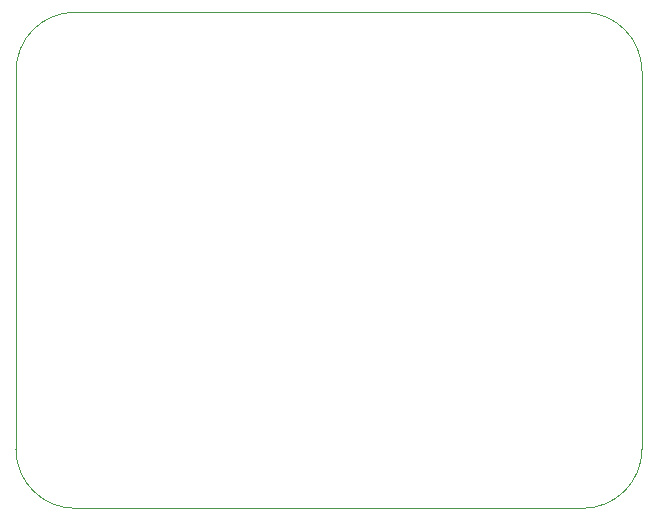
<source format=gm1>
G04 #@! TF.GenerationSoftware,KiCad,Pcbnew,(5.1.9)-1*
G04 #@! TF.CreationDate,2021-08-16T02:32:57+12:00*
G04 #@! TF.ProjectId,Input,496e7075-742e-46b6-9963-61645f706362,rev?*
G04 #@! TF.SameCoordinates,Original*
G04 #@! TF.FileFunction,Profile,NP*
%FSLAX46Y46*%
G04 Gerber Fmt 4.6, Leading zero omitted, Abs format (unit mm)*
G04 Created by KiCad (PCBNEW (5.1.9)-1) date 2021-08-16 02:32:57*
%MOMM*%
%LPD*%
G01*
G04 APERTURE LIST*
G04 #@! TA.AperFunction,Profile*
%ADD10C,0.050000*%
G04 #@! TD*
G04 APERTURE END LIST*
D10*
X183000000Y385000000D02*
X140000000Y385000000D01*
X140000000Y427000000D02*
X183000000Y427000000D01*
X135000000Y422000000D02*
G75*
G02*
X140000000Y427000000I5000000J0D01*
G01*
X140000000Y385000000D02*
G75*
G02*
X135000000Y390000000I0J5000000D01*
G01*
X135000000Y390000000D02*
X135000000Y422000000D01*
X188000000Y390000000D02*
G75*
G02*
X183000000Y385000000I-5000000J0D01*
G01*
X183000000Y427000000D02*
G75*
G02*
X188000000Y422000000I0J-5000000D01*
G01*
X188000000Y422000000D02*
X188000000Y390000000D01*
M02*

</source>
